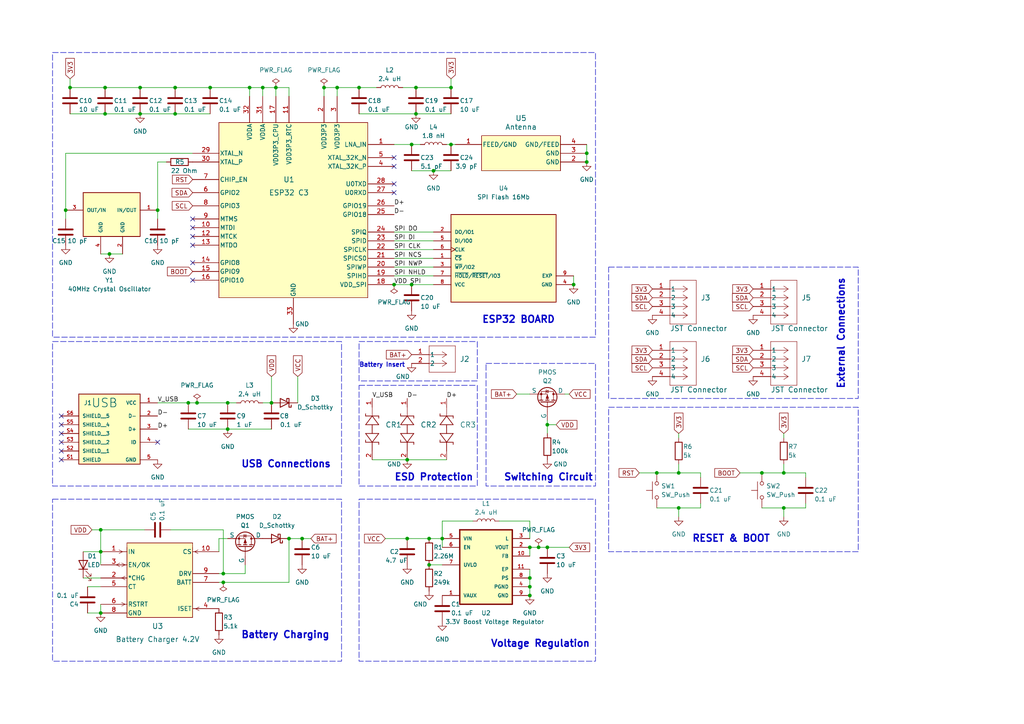
<source format=kicad_sch>
(kicad_sch (version 20230121) (generator eeschema)
  (paper "A4")
  (junction (at 20.32 25.4))
  (junction (at 50.8 25.4))
  (junction (at 196.85 137.16))
  (junction (at 119.38 82.55))
  (junction (at 158.75 158.75))
  (junction (at 30.48 33.02))
  (junction (at 128.27 156.21))
  (junction (at 120.65 25.4))
  (junction (at 130.81 41.91))
  (junction (at 227.33 137.16))
  (junction (at 158.75 123.19))
  (junction (at 64.77 166.37))
  (junction (at 118.11 156.21))
  (junction (at 124.46 163.83))
  (junction (at 220.98 137.16))
  (junction (at 114.3 82.55))
  (junction (at 130.81 25.4))
  (junction (at 87.63 156.21))
  (junction (at 190.5 137.16))
  (junction (at 153.67 170.18))
  (junction (at 153.67 158.75))
  (junction (at 118.11 133.35))
  (junction (at 64.77 168.91))
  (junction (at 170.18 44.45))
  (junction (at 170.18 46.99))
  (junction (at 119.38 41.91))
  (junction (at 31.75 73.66))
  (junction (at 19.05 60.96))
  (junction (at 29.21 153.67))
  (junction (at 40.64 25.4))
  (junction (at 120.65 33.02))
  (junction (at 40.64 33.02))
  (junction (at 80.01 25.4))
  (junction (at 72.39 25.4))
  (junction (at 125.73 49.53))
  (junction (at 104.14 25.4))
  (junction (at 153.67 172.72))
  (junction (at 29.21 177.8))
  (junction (at 60.96 25.4))
  (junction (at 57.15 116.84))
  (junction (at 153.67 167.64))
  (junction (at 29.21 160.02))
  (junction (at 78.74 116.84))
  (junction (at 196.85 147.32))
  (junction (at 124.46 156.21))
  (junction (at 50.8 33.02))
  (junction (at 66.04 116.84))
  (junction (at 83.82 156.21))
  (junction (at 54.61 116.84))
  (junction (at 30.48 25.4))
  (junction (at 93.98 25.4))
  (junction (at 76.2 25.4))
  (junction (at 45.72 60.96))
  (junction (at 97.79 25.4))
  (junction (at 166.37 82.55))
  (junction (at 156.21 158.75))
  (junction (at 227.33 147.32))
  (junction (at 66.04 124.46))
  (no_connect (at 17.78 128.27))
  (no_connect (at 17.78 125.73))
  (no_connect (at 114.3 55.88))
  (no_connect (at 17.78 120.65))
  (no_connect (at 55.88 66.04))
  (no_connect (at 55.88 68.58))
  (no_connect (at 114.3 53.34))
  (no_connect (at 55.88 81.28))
  (no_connect (at 114.3 48.26))
  (no_connect (at 55.88 76.2))
  (no_connect (at 114.3 45.72))
  (no_connect (at 45.72 128.27))
  (no_connect (at 17.78 130.81))
  (no_connect (at 17.78 123.19))
  (no_connect (at 17.78 133.35))
  (no_connect (at 55.88 71.12))
  (no_connect (at 55.88 63.5))
  (wire (pts (xy 64.77 168.91) (xy 83.82 168.91)))
  (wire (pts (xy 76.2 116.84) (xy 78.74 116.84)))
  (wire (pts (xy 25.4 177.8) (xy 29.21 177.8)))
  (wire (pts (xy 45.72 46.99) (xy 45.72 60.96)))
  (wire (pts (xy 114.3 67.31) (xy 125.73 67.31)))
  (wire (pts (xy 196.85 137.16) (xy 203.2 137.16)))
  (wire (pts (xy 111.76 156.21) (xy 118.11 156.21)))
  (wire (pts (xy 196.85 134.62) (xy 196.85 137.16)))
  (wire (pts (xy 71.12 166.37) (xy 64.77 166.37)))
  (wire (pts (xy 114.3 72.39) (xy 125.73 72.39)))
  (wire (pts (xy 158.75 158.75) (xy 165.1 158.75)))
  (wire (pts (xy 114.3 41.91) (xy 119.38 41.91)))
  (wire (pts (xy 87.63 156.21) (xy 90.17 156.21)))
  (wire (pts (xy 118.11 133.35) (xy 129.54 133.35)))
  (wire (pts (xy 124.46 163.83) (xy 128.27 163.83)))
  (wire (pts (xy 60.96 25.4) (xy 72.39 25.4)))
  (wire (pts (xy 93.98 25.4) (xy 97.79 25.4)))
  (wire (pts (xy 196.85 125.73) (xy 196.85 127)))
  (wire (pts (xy 114.3 74.93) (xy 125.73 74.93)))
  (wire (pts (xy 125.73 49.53) (xy 130.81 49.53)))
  (wire (pts (xy 227.33 149.86) (xy 227.33 147.32)))
  (wire (pts (xy 24.13 160.02) (xy 29.21 160.02)))
  (wire (pts (xy 83.82 168.91) (xy 83.82 156.21)))
  (wire (pts (xy 116.84 25.4) (xy 120.65 25.4)))
  (wire (pts (xy 72.39 25.4) (xy 76.2 25.4)))
  (wire (pts (xy 64.77 166.37) (xy 63.5 166.37)))
  (wire (pts (xy 128.27 156.21) (xy 128.27 151.13)))
  (wire (pts (xy 227.33 137.16) (xy 233.68 137.16)))
  (wire (pts (xy 153.67 167.64) (xy 153.67 170.18)))
  (wire (pts (xy 104.14 33.02) (xy 120.65 33.02)))
  (wire (pts (xy 29.21 160.02) (xy 29.21 163.83)))
  (wire (pts (xy 63.5 168.91) (xy 64.77 168.91)))
  (wire (pts (xy 203.2 147.32) (xy 196.85 147.32)))
  (wire (pts (xy 114.3 82.55) (xy 119.38 82.55)))
  (wire (pts (xy 57.15 116.84) (xy 66.04 116.84)))
  (wire (pts (xy 166.37 80.01) (xy 166.37 82.55)))
  (wire (pts (xy 128.27 156.21) (xy 128.27 158.75)))
  (wire (pts (xy 153.67 170.18) (xy 153.67 172.72)))
  (wire (pts (xy 30.48 33.02) (xy 40.64 33.02)))
  (wire (pts (xy 31.75 73.66) (xy 29.21 73.66)))
  (wire (pts (xy 40.64 25.4) (xy 50.8 25.4)))
  (wire (pts (xy 76.2 27.94) (xy 76.2 25.4)))
  (wire (pts (xy 119.38 41.91) (xy 121.92 41.91)))
  (wire (pts (xy 19.05 60.96) (xy 19.05 63.5)))
  (wire (pts (xy 158.75 123.19) (xy 161.29 123.19)))
  (wire (pts (xy 80.01 25.4) (xy 83.82 25.4)))
  (wire (pts (xy 83.82 27.94) (xy 83.82 25.4)))
  (wire (pts (xy 119.38 82.55) (xy 125.73 82.55)))
  (wire (pts (xy 50.8 25.4) (xy 60.96 25.4)))
  (wire (pts (xy 153.67 151.13) (xy 153.67 156.21)))
  (wire (pts (xy 158.75 123.19) (xy 158.75 125.73)))
  (wire (pts (xy 227.33 147.32) (xy 220.98 147.32)))
  (wire (pts (xy 149.86 114.3) (xy 153.67 114.3)))
  (wire (pts (xy 119.38 49.53) (xy 125.73 49.53)))
  (wire (pts (xy 63.5 160.02) (xy 63.5 156.21)))
  (wire (pts (xy 203.2 146.05) (xy 203.2 147.32)))
  (wire (pts (xy 71.12 163.83) (xy 71.12 166.37)))
  (wire (pts (xy 20.32 22.86) (xy 20.32 25.4)))
  (wire (pts (xy 76.2 25.4) (xy 80.01 25.4)))
  (wire (pts (xy 50.8 33.02) (xy 60.96 33.02)))
  (wire (pts (xy 45.72 60.96) (xy 45.72 63.5)))
  (wire (pts (xy 29.21 175.26) (xy 29.21 177.8)))
  (wire (pts (xy 97.79 25.4) (xy 97.79 27.94)))
  (wire (pts (xy 190.5 137.16) (xy 196.85 137.16)))
  (wire (pts (xy 78.74 109.22) (xy 78.74 116.84)))
  (wire (pts (xy 20.32 33.02) (xy 30.48 33.02)))
  (wire (pts (xy 25.4 170.18) (xy 29.21 170.18)))
  (wire (pts (xy 233.68 146.05) (xy 233.68 147.32)))
  (wire (pts (xy 107.95 133.35) (xy 118.11 133.35)))
  (wire (pts (xy 196.85 147.32) (xy 190.5 147.32)))
  (wire (pts (xy 114.3 80.01) (xy 125.73 80.01)))
  (wire (pts (xy 29.21 153.67) (xy 29.21 160.02)))
  (wire (pts (xy 64.77 153.67) (xy 64.77 166.37)))
  (wire (pts (xy 80.01 27.94) (xy 80.01 25.4)))
  (wire (pts (xy 40.64 33.02) (xy 50.8 33.02)))
  (wire (pts (xy 49.53 153.67) (xy 64.77 153.67)))
  (wire (pts (xy 26.67 153.67) (xy 29.21 153.67)))
  (wire (pts (xy 63.5 156.21) (xy 66.04 156.21)))
  (wire (pts (xy 104.14 25.4) (xy 97.79 25.4)))
  (wire (pts (xy 170.18 41.91) (xy 170.18 44.45)))
  (wire (pts (xy 86.36 109.22) (xy 86.36 116.84)))
  (wire (pts (xy 132.08 41.91) (xy 130.81 41.91)))
  (wire (pts (xy 170.18 44.45) (xy 170.18 46.99)))
  (wire (pts (xy 144.78 151.13) (xy 153.67 151.13)))
  (wire (pts (xy 130.81 22.86) (xy 130.81 25.4)))
  (wire (pts (xy 83.82 156.21) (xy 87.63 156.21)))
  (wire (pts (xy 20.32 25.4) (xy 30.48 25.4)))
  (wire (pts (xy 72.39 27.94) (xy 72.39 25.4)))
  (wire (pts (xy 153.67 158.75) (xy 153.67 161.29)))
  (wire (pts (xy 29.21 153.67) (xy 41.91 153.67)))
  (wire (pts (xy 45.72 116.84) (xy 54.61 116.84)))
  (wire (pts (xy 227.33 134.62) (xy 227.33 137.16)))
  (wire (pts (xy 54.61 116.84) (xy 57.15 116.84)))
  (wire (pts (xy 114.3 77.47) (xy 125.73 77.47)))
  (wire (pts (xy 93.98 27.94) (xy 93.98 25.4)))
  (wire (pts (xy 233.68 137.16) (xy 233.68 138.43)))
  (wire (pts (xy 55.88 44.45) (xy 19.05 44.45)))
  (wire (pts (xy 156.21 158.75) (xy 158.75 158.75)))
  (wire (pts (xy 66.04 124.46) (xy 78.74 124.46)))
  (wire (pts (xy 48.26 46.99) (xy 45.72 46.99)))
  (wire (pts (xy 196.85 149.86) (xy 196.85 147.32)))
  (wire (pts (xy 124.46 156.21) (xy 128.27 156.21)))
  (wire (pts (xy 128.27 151.13) (xy 137.16 151.13)))
  (wire (pts (xy 129.54 41.91) (xy 130.81 41.91)))
  (wire (pts (xy 214.63 137.16) (xy 220.98 137.16)))
  (wire (pts (xy 54.61 124.46) (xy 66.04 124.46)))
  (wire (pts (xy 153.67 158.75) (xy 156.21 158.75)))
  (wire (pts (xy 203.2 137.16) (xy 203.2 138.43)))
  (wire (pts (xy 233.68 147.32) (xy 227.33 147.32)))
  (wire (pts (xy 19.05 44.45) (xy 19.05 60.96)))
  (wire (pts (xy 158.75 121.92) (xy 158.75 123.19)))
  (wire (pts (xy 153.67 165.1) (xy 153.67 167.64)))
  (wire (pts (xy 227.33 125.73) (xy 227.33 127)))
  (wire (pts (xy 30.48 25.4) (xy 40.64 25.4)))
  (wire (pts (xy 24.13 167.64) (xy 29.21 167.64)))
  (wire (pts (xy 185.42 137.16) (xy 190.5 137.16)))
  (wire (pts (xy 120.65 33.02) (xy 130.81 33.02)))
  (wire (pts (xy 163.83 114.3) (xy 165.1 114.3)))
  (wire (pts (xy 120.65 25.4) (xy 130.81 25.4)))
  (wire (pts (xy 114.3 69.85) (xy 125.73 69.85)))
  (wire (pts (xy 220.98 137.16) (xy 227.33 137.16)))
  (wire (pts (xy 66.04 116.84) (xy 68.58 116.84)))
  (wire (pts (xy 104.14 25.4) (xy 109.22 25.4)))
  (wire (pts (xy 35.56 73.66) (xy 31.75 73.66)))
  (wire (pts (xy 118.11 156.21) (xy 124.46 156.21)))
  (rectangle (start 176.53 118.11) (end 248.92 160.02) (stroke (width 0) (type dash)))
  (rectangle (start 15.24 15.24) (end 172.72 97.79) (stroke (width 0) (type dash)))
  (rectangle (start 176.53 77.47) (end 248.92 115.57) (stroke (width 0) (type dash)))
  (rectangle (start 104.14 111.76) (end 138.43 140.97) (stroke (width 0) (type dash)))
  (rectangle (start 104.14 144.78) (end 172.72 191.77) (stroke (width 0) (type dash)))
  (rectangle (start 15.24 99.06) (end 99.06 140.97) (stroke (width 0) (type dash)))
  (rectangle (start 104.14 99.06) (end 138.43 110.49) (stroke (width 0) (type dash)))
  (rectangle (start 140.97 105.41) (end 172.72 140.97) (stroke (width 0) (type dash)))
  (rectangle (start 15.24 144.78) (end 99.06 191.77) (stroke (width 0) (type dash)))
  (text "ESD Protection" (at 114.3 139.7 0) (effects (font (size 2 2) bold) (justify left bottom)))
  (text "USB Connections" (at 69.85 135.89 0) (effects (font (size 2 2) (thickness 0.4) bold) (justify left bottom)))
  (text "ESP32 BOARD" (at 139.7 93.98 0) (effects (font (size 2 2) bold) (justify left bottom)))
  (text "Switching Circuit" (at 146.05 139.7 0) (effects (font (size 2 2) bold) (justify left bottom)))
  (text "Battery Insert" (at 104.14 106.68 0) (effects (font (size 1.27 1.27) bold) (justify left bottom)))
  (text "Voltage Regulation" (at 142.24 187.96 0) (effects (font (size 2 2) bold) (justify left bottom)))
  (text "RESET & BOOT\n" (at 200.66 157.48 0) (effects (font (size 2 2) bold) (justify left bottom)))
  (text "External Connections" (at 245.11 113.03 90) (effects (font (size 2 2) bold) (justify left bottom)))
  (text "Battery Charging" (at 69.85 185.42 0) (effects (font (size 2 2) (thickness 0.4) bold) (justify left bottom)))
  (label "D+" (at 45.72 124.46 0))
  (label "SPI NWP" (at 114.3 77.47 0))
  (label "VDD SPI" (at 114.3 82.55 0))
  (label "SPI CLK" (at 114.3 72.39 0))
  (label "V_USB" (at 45.72 116.84 0))
  (label "D-" (at 45.72 120.65 0))
  (label "SPI DI" (at 114.3 69.85 0))
  (label "D+" (at 129.54 115.57 0))
  (label "D-" (at 118.11 115.57 0))
  (label "V_USB" (at 107.95 115.57 0))
  (label "D-" (at 114.3 62.23 0))
  (label "SPI NCS" (at 114.3 74.93 0))
  (label "D+" (at 114.3 59.69 0))
  (label "SPI NHLD" (at 114.3 80.01 0))
  (label "SPI DO" (at 114.3 67.31 0))
  (global_label "SDA" (shape input) (at 189.23 104.14 180) (property "Intersheetrefs" "${INTERSHEET_REFS}" (effects hide)))
  (global_label "3V3" (shape input) (at 196.85 125.73 90) (property "Intersheetrefs" "${INTERSHEET_REFS}" (effects hide)))
  (global_label "VCC" (shape input) (at 111.76 156.21 180) (property "Intersheetrefs" "${INTERSHEET_REFS}" (effects hide)))
  (global_label "SDA" (shape input) (at 218.44 104.14 180) (property "Intersheetrefs" "${INTERSHEET_REFS}" (effects hide)))
  (global_label "SDA" (shape input) (at 55.88 55.88 180) (property "Intersheetrefs" "${INTERSHEET_REFS}" (effects hide)))
  (global_label "3V3" (shape input) (at 130.81 22.86 90) (property "Intersheetrefs" "${INTERSHEET_REFS}" (effects hide)))
  (global_label "3V3" (shape input) (at 189.23 101.6 180) (property "Intersheetrefs" "${INTERSHEET_REFS}" (effects hide)))
  (global_label "3V3" (shape input) (at 189.23 83.82 180) (property "Intersheetrefs" "${INTERSHEET_REFS}" (effects hide)))
  (global_label "VDD" (shape input) (at 26.67 153.67 180) (property "Intersheetrefs" "${INTERSHEET_REFS}" (effects hide)))
  (global_label "RST" (shape input) (at 55.88 52.07 180) (property "Intersheetrefs" "${INTERSHEET_REFS}" (effects hide)))
  (global_label "BAT+" (shape input) (at 149.86 114.3 180) (property "Intersheetrefs" "${INTERSHEET_REFS}" (effects hide)))
  (global_label "VCC" (shape input) (at 165.1 114.3 0) (property "Intersheetrefs" "${INTERSHEET_REFS}" (effects hide)))
  (global_label "VDD" (shape input) (at 161.29 123.19 0) (property "Intersheetrefs" "${INTERSHEET_REFS}" (effects hide)))
  (global_label "BAT+" (shape input) (at 90.17 156.21 0) (property "Intersheetrefs" "${INTERSHEET_REFS}" (effects hide)))
  (global_label "SCL" (shape input) (at 189.23 88.9 180) (property "Intersheetrefs" "${INTERSHEET_REFS}" (effects hide)))
  (global_label "SCL" (shape input) (at 218.44 88.9 180) (property "Intersheetrefs" "${INTERSHEET_REFS}" (effects hide)))
  (global_label "3V3" (shape input) (at 165.1 158.75 0) (property "Intersheetrefs" "${INTERSHEET_REFS}" (effects hide)))
  (global_label "3V3" (shape input) (at 218.44 83.82 180) (property "Intersheetrefs" "${INTERSHEET_REFS}" (effects hide)))
  (global_label "SDA" (shape input) (at 218.44 86.36 180) (property "Intersheetrefs" "${INTERSHEET_REFS}" (effects hide)))
  (global_label "SCL" (shape input) (at 189.23 106.68 180) (property "Intersheetrefs" "${INTERSHEET_REFS}" (effects hide)))
  (global_label "3V3" (shape input) (at 218.44 101.6 180) (property "Intersheetrefs" "${INTERSHEET_REFS}" (effects hide)))
  (global_label "VDD" (shape input) (at 78.74 109.22 90) (property "Intersheetrefs" "${INTERSHEET_REFS}" (effects hide)))
  (global_label "BAT+" (shape input) (at 119.38 102.87 180) (property "Intersheetrefs" "${INTERSHEET_REFS}" (effects hide)))
  (global_label "SDA" (shape input) (at 189.23 86.36 180) (property "Intersheetrefs" "${INTERSHEET_REFS}" (effects hide)))
  (global_label "3V3" (shape input) (at 20.32 22.86 90) (property "Intersheetrefs" "${INTERSHEET_REFS}" (effects hide)))
  (global_label "RST" (shape input) (at 185.42 137.16 180) (property "Intersheetrefs" "${INTERSHEET_REFS}" (effects hide)))
  (global_label "BOOT" (shape input) (at 214.63 137.16 180) (property "Intersheetrefs" "${INTERSHEET_REFS}" (effects hide)))
  (global_label "SCL" (shape input) (at 55.88 59.69 180) (property "Intersheetrefs" "${INTERSHEET_REFS}" (effects hide)))
  (global_label "BOOT" (shape input) (at 55.88 78.74 180) (property "Intersheetrefs" "${INTERSHEET_REFS}" (effects hide)))
  (global_label "3V3" (shape input) (at 227.33 125.73 90) (property "Intersheetrefs" "${INTERSHEET_REFS}" (effects hide)))
  (global_label "VCC" (shape input) (at 86.36 109.22 90) (property "Intersheetrefs" "${INTERSHEET_REFS}" (effects hide)))
  (global_label "SCL" (shape input) (at 218.44 106.68 180) (property "Intersheetrefs" "${INTERSHEET_REFS}" (effects hide)))
  (symbol (lib_id "Device:L") (at 140.97 151.13 90) (unit 1)
    (property "Reference" "L1" (at 140.97 146.05 90))
    (property "Value" "2.4 uH" (at 140.97 148.59 90))
    (property "Footprint" "Inductor_SMD:L_0402_1005Metric_Pad0.77x0.64mm_HandSolder" (effects hide))
    (instances (project "Esp_32_Project" (path "" (reference "L1") (unit 1)) (path "" (reference "L8") (unit 1))))
  )
  (symbol (lib_id "Device:C") (at 119.38 86.36 0) (unit 1)
    (property "Reference" "C20" (at 121.92 86.36 0) (effects (justify left)))
    (property "Value" "10 uF" (at 121.92 88.9 0) (effects (justify left)))
    (property "Footprint" "Capacitor_SMD:C_0201_0603Metric_Pad0.64x0.40mm_HandSolder" (effects hide))
    (instances (project "Esp_32_Project" (path "" (reference "C20") (unit 1)) (path "" (reference "C41") (unit 1))))
  )
  (symbol (lib_id "power:GND") (at 119.38 90.17 0) (unit 1)
    (property "Reference" "#PWR020" (effects hide))
    (property "Value" "GND" (at 119.38 95.25 0))
    (instances (project "Esp_32_Project" (path "" (reference "#PWR020") (unit 1)) (path "" (reference "#PWR042") (unit 1))))
  )
  (symbol (lib_id "Device:C") (at 87.63 160.02 0) (unit 1)
    (property "Reference" "C6" (at 90.17 158.75 0) (effects (justify left)))
    (property "Value" "10 uF" (at 90.17 161.29 0) (effects (justify left)))
    (property "Footprint" "Capacitor_SMD:C_0201_0603Metric_Pad0.64x0.40mm_HandSolder" (effects hide))
    (instances (project "Esp_32_Project" (path "" (reference "C6") (unit 1)) (path "" (reference "C37") (unit 1))))
  )
  (symbol (lib_id "power:GND") (at 189.23 109.22 0) (unit 1)
    (property "Reference" "#PWR027" (effects hide))
    (property "Value" "GND" (at 189.23 114.3 0))
    (instances (project "Esp_32_Project" (path "" (reference "#PWR027") (unit 1)) (path "" (reference "#PWR054") (unit 1))))
  )
  (symbol (lib_id "ESP_32_Symbol_Library:JST Connector") (at 189.23 101.6 0) (unit 1)
    (property "Reference" "J6" (at 203.2 104.14 0) (effects (font (size 1.524 1.524)) (justify left)))
    (property "Value" "JST Connector" (at 194.31 113.03 0) (effects (font (size 1.524 1.524)) (justify left)))
    (property "Footprint" "Esp32_Library:CONN_B4B-ZRLFSN_JST" (effects hide))
    (property "Datasheet" "B4B-ZRLFSN" (effects hide))
    (instances (project "Esp_32_Project" (path "" (reference "J6") (unit 1)) (path "" (reference "J10") (unit 1))))
  )
  (symbol (lib_id "ESP_32_Symbol_Library:Battery Connector") (at 119.38 102.87 0) (unit 1)
    (property "Reference" "J2" (at 133.35 104.14 0) (effects (font (size 1.524 1.524)) (justify left)))
    (property "Value" "Battery Connector" (effects hide))
    (property "Footprint" "Esp32_Library:CONN2_710002_WRE" (effects hide))
    (property "Datasheet" "691137710002" (effects hide))
    (instances (project "Esp_32_Project" (path "" (reference "J2") (unit 1)) (path "" (reference "J8") (unit 1))))
  )
  (symbol (lib_id "Device:LED") (at 24.13 163.83 90) (unit 1)
    (property "Reference" "D1" (at 25.4 161.29 90) (effects (justify right)))
    (property "Value" "LED" (at 25.4 163.83 90) (effects (justify right)))
    (property "Footprint" "LED_SMD:LED_0201_0603Metric_Pad0.64x0.40mm_HandSolder" (effects hide))
    (instances (project "Esp_32_Project" (path "" (reference "D1") (unit 1)) (path "" (reference "D4") (unit 1))))
  )
  (symbol (lib_id "power:GND") (at 153.67 172.72 0) (unit 1)
    (property "Reference" "#PWR01" (effects hide))
    (property "Value" "GND" (at 153.67 177.8 0))
    (instances (project "Esp_32_Project" (path "" (reference "#PWR01") (unit 1)) (path "" (reference "#PWR048") (unit 1))))
  )
  (symbol (lib_id "Switch:SW_Push") (at 190.5 142.24 90) (unit 1)
    (property "Reference" "SW1" (at 191.77 140.97 90) (effects (justify right)))
    (property "Value" "SW_Push" (at 191.77 143.51 90) (effects (justify right)))
    (property "Footprint" "Esp32_Library:Button" (effects hide))
    (instances (project "Esp_32_Project" (path "" (reference "SW1") (unit 1)) (path "" (reference "SW3") (unit 1))))
  )
  (symbol (lib_id "ESP_32_Symbol_Library:40MHz Crystal Oscillator") (at 27.94 63.5 0) (mirror y) (unit 1)
    (property "Reference" "Y1" (at 31.75 81.28 0))
    (property "Value" "40MHz Crystal Oscillator" (at 31.75 83.82 0))
    (property "Footprint" "Esp32_Library:XTAL_ECS-400-9-36B-CKY-TR" (effects hide))
    (property "DigiKey_Part_Number" "XC3060TR-ND" (effects hide))
    (property "MF" "ECS Inc." (effects hide))
    (property "Purchase-URL" "https://www.snapeda.com/api/url_track_click_mouser/?unipart_id=4890296&manufacturer=ECS Inc.&part_name=ECS-400-9-36B-CKY-TR&search_term=None" (effects hide))
    (property "Package" "ECX-2236B ECS Inc." (effects hide))
    (property "SnapEDA_Link" "https://www.snapeda.com/parts/ECS-400-9-36B-CKY-TR/ECS+Inc./view-part/?ref=snap" (effects hide))
    (property "MP" "ECS-400-9-36B-CKY-TR" (effects hide))
    (property "Description" "\n40 MHz ±10ppm Crystal 9pF 30 Ohms 4-SMD, No Lead\n" (effects hide))
    (property "Check_prices" "https://www.snapeda.com/parts/ECS-400-9-36B-CKY-TR/ECS+Inc./view-part/?ref=eda" (effects hide))
    (instances (project "Esp_32_Project" (path "" (reference "Y1") (unit 1)) (path "" (reference "Y2") (unit 1))))
  )
  (symbol (lib_id "Device:C") (at 203.2 142.24 0) (unit 1)
    (property "Reference" "C21" (at 205.74 142.24 0) (effects (justify left)))
    (property "Value" "0.1 uF" (at 205.74 144.78 0) (effects (justify left)))
    (property "Footprint" "Capacitor_SMD:C_0201_0603Metric_Pad0.64x0.40mm_HandSolder" (effects hide))
    (instances (project "Esp_32_Project" (path "" (reference "C21") (unit 1)) (path "" (reference "C47") (unit 1))))
  )
  (symbol (lib_id "Device:C") (at 158.75 162.56 0) (unit 1)
    (property "Reference" "C3" (at 161.29 161.29 0) (effects (justify left)))
    (property "Value" "10 uF" (at 161.29 163.83 0) (effects (justify left)))
    (property "Footprint" "Capacitor_SMD:C_0201_0603Metric_Pad0.64x0.40mm_HandSolder" (effects hide))
    (instances (project "Esp_32_Project" (path "" (reference "C3") (unit 1)) (path "" (reference "C46") (unit 1))))
  )
  (symbol (lib_id "power:PWR_FLAG") (at 114.3 82.55 180) (unit 1)
    (property "Reference" "#FLG04" (effects hide))
    (property "Value" "PWR_FLAG" (at 114.3 87.63 0))
    (instances (project "Esp_32_Project" (path "" (reference "#FLG04") (unit 1)) (path "" (reference "#FLG011") (unit 1))))
  )
  (symbol (lib_id "Device:C") (at 45.72 153.67 90) (unit 1)
    (property "Reference" "C5" (at 44.45 151.13 0) (effects (justify left)))
    (property "Value" "0.1 uF" (at 46.99 151.13 0) (effects (justify left)))
    (property "Footprint" "Capacitor_SMD:C_0201_0603Metric_Pad0.64x0.40mm_HandSolder" (effects hide))
    (instances (project "Esp_32_Project" (path "" (reference "C5") (unit 1)) (path "" (reference "C31") (unit 1))))
  )
  (symbol (lib_id "ESP_32_Symbol_Library:SPI Flash 16Mb") (at 146.05 72.39 0) (unit 1)
    (property "Reference" "U4" (at 146.05 54.61 0))
    (property "Value" "SPI Flash 16Mb" (at 146.05 57.15 0))
    (property "Footprint" "Esp32_Library:IC_W25Q16JVUXIQ_TR" (effects hide))
    (property "DigiKey_Part_Number" "256-W25Q16JVUXIQTR-ND" (effects hide))
    (property "MF" "Winbond" (effects hide))
    (property "MAXIMUM_PACKAGE_HEIGHT" "0.60mm" (effects hide))
    (property "Package" "UFDFN-8 Winbond" (effects hide))
    (property "Check_prices" "https://www.snapeda.com/parts/W25Q16JVUXIQ%20TR/Winbond/view-part/?ref=eda" (effects hide))
    (property "STANDARD" "Manufacturer Recommendations" (effects hide))
    (property "PARTREV" "H" (effects hide))
    (property "SnapEDA_Link" "https://www.snapeda.com/parts/W25Q16JVUXIQ%20TR/Winbond/view-part/?ref=snap" (effects hide))
    (property "MP" "W25Q16JVUXIQ TR" (effects hide))
    (property "Purchase-URL" "https://www.snapeda.com/api/url_track_click_mouser/?unipart_id=5632332&manufacturer=Winbond&part_name=W25Q16JVUXIQ TR&search_term=w25q16jvuxiq tr" (effects hide))
    (property "Description" "\nNOR Flash Serial (SPI, Dual SPI, Quad SPI) 3V/3.3V 16M-bit 2M x 8 6ns 8-Pin USON EP T/R\n" (effects hide))
    (property "MANUFACTURER" "Winbond" (effects hide))
    (property "SNAPEDA_PN" "W25Q16JVUXIQ TR" (effects hide))
    (instances (project "Esp_32_Project" (path "" (reference "U4") (unit 1)) (path "" (reference "U10") (unit 1))))
  )
  (symbol (lib_id "Device:L") (at 113.03 25.4 90) (unit 1)
    (property "Reference" "L2" (at 113.03 20.32 90))
    (property "Value" "2.4 uH" (at 113.03 22.86 90))
    (property "Footprint" "Inductor_SMD:L_0402_1005Metric_Pad0.77x0.64mm_HandSolder" (effects hide))
    (instances (project "Esp_32_Project" (path "" (reference "L2") (unit 1)) (path "" (reference "L6") (unit 1))))
  )
  (symbol (lib_id "Device:C") (at 130.81 29.21 0) (unit 1)
    (property "Reference" "C17" (at 133.35 29.21 0) (effects (justify left)))
    (property "Value" "10 uF" (at 133.35 31.75 0) (effects (justify left)))
    (property "Footprint" "Capacitor_SMD:C_0201_0603Metric_Pad0.64x0.40mm_HandSolder" (effects hide))
    (instances (project "Esp_32_Project" (path "" (reference "C17") (unit 1)) (path "" (reference "C44") (unit 1))))
  )
  (symbol (lib_id "Device:C") (at 54.61 120.65 0) (unit 1)
    (property "Reference" "C7" (at 57.15 120.65 0) (effects (justify left)))
    (property "Value" "10 uF" (at 57.15 123.19 0) (effects (justify left)))
    (property "Footprint" "Capacitor_SMD:C_0201_0603Metric_Pad0.64x0.40mm_HandSolder" (effects hide))
    (instances (project "Esp_32_Project" (path "" (reference "C7") (unit 1)) (path "" (reference "C33") (unit 1))))
  )
  (symbol (lib_id "power:GND") (at 119.38 105.41 0) (unit 1)
    (property "Reference" "#PWR025" (effects hide))
    (property "Value" "GND" (at 116.84 109.22 0))
    (instances (project "Esp_32_Project" (path "" (reference "#PWR025") (unit 1)) (path "" (reference "#PWR043") (unit 1))))
  )
  (symbol (lib_id "Device:D_Schottky") (at 82.55 116.84 180) (unit 1)
    (property "Reference" "D3" (at 91.44 115.57 0))
    (property "Value" "D_Schottky" (at 91.44 118.11 0))
    (property "Footprint" "Diode_SMD:D_0603_1608Metric_Pad1.05x0.95mm_HandSolder" (effects hide))
    (instances (project "Esp_32_Project" (path "" (reference "D3") (unit 1)) (path "" (reference "D6") (unit 1))))
  )
  (symbol (lib_id "power:GND") (at 196.85 149.86 0) (unit 1)
    (property "Reference" "#PWR021" (effects hide))
    (property "Value" "GND" (at 196.85 154.94 0))
    (instances (project "Esp_32_Project" (path "" (reference "#PWR021") (unit 1)) (path "" (reference "#PWR055") (unit 1))))
  )
  (symbol (lib_id "power:GND") (at 19.05 71.12 0) (mirror y) (unit 1)
    (property "Reference" "#PWR016" (effects hide))
    (property "Value" "GND" (at 19.05 76.2 0))
    (instances (project "Esp_32_Project" (path "" (reference "#PWR016") (unit 1)) (path "" (reference "#PWR030") (unit 1))))
  )
  (symbol (lib_id "Device:R") (at 196.85 130.81 0) (unit 1)
    (property "Reference" "R6" (at 198.12 129.54 0) (effects (justify left)))
    (property "Value" "5k" (at 198.12 132.08 0) (effects (justify left)))
    (property "Footprint" "Resistor_SMD:R_0201_0603Metric_Pad0.64x0.40mm_HandSolder" (effects hide))
    (instances (project "Esp_32_Project" (path "" (reference "R6") (unit 1)) (path "" (reference "R13") (unit 1))))
  )
  (symbol (lib_id "Device:C") (at 118.11 160.02 0) (unit 1)
    (property "Reference" "C2" (at 113.03 160.02 0) (effects (justify left)))
    (property "Value" "4.7 uF" (at 111.76 162.56 0) (effects (justify left)))
    (property "Footprint" "Capacitor_SMD:C_0201_0603Metric_Pad0.64x0.40mm_HandSolder" (effects hide))
    (instances (project "Esp_32_Project" (path "" (reference "C2") (unit 1)) (path "" (reference "C39") (unit 1))))
  )
  (symbol (lib_id "power:GND") (at 170.18 46.99 0) (unit 1)
    (property "Reference" "#PWR023" (effects hide))
    (property "Value" "GND" (at 170.18 52.07 0))
    (instances (project "Esp_32_Project" (path "" (reference "#PWR023") (unit 1)) (path "" (reference "#PWR052") (unit 1))))
  )
  (symbol (lib_id "ESP_32_Symbol_Library:3.3V Boost Voltage Regulator") (at 135.89 171.45 0) (unit 1)
    (property "Reference" "U2" (at 140.97 177.8 0))
    (property "Value" "3.3V Boost Voltage Regulator" (at 143.51 180.34 0))
    (property "Footprint" "Esp32_Library:VREG_V62_16624-01YE" (effects hide))
    (instances (project "Esp_32_Project" (path "" (reference "U2") (unit 1)) (path "" (reference "U9") (unit 1))))
  )
  (symbol (lib_id "Device:C") (at 104.14 29.21 0) (unit 1)
    (property "Reference" "C18" (at 106.68 29.21 0) (effects (justify left)))
    (property "Value" "0.1 uF" (at 106.68 31.75 0) (effects (justify left)))
    (property "Footprint" "Capacitor_SMD:C_0201_0603Metric_Pad0.64x0.40mm_HandSolder" (effects hide))
    (instances (project "Esp_32_Project" (path "" (reference "C18") (unit 1)) (path "" (reference "C38") (unit 1))))
  )
  (symbol (lib_id "Device:R") (at 158.75 129.54 0) (unit 1)
    (property "Reference" "R4" (at 160.02 128.27 0) (effects (justify left)))
    (property "Value" "100k" (at 160.02 130.81 0) (effects (justify left)))
    (property "Footprint" "Resistor_SMD:R_0201_0603Metric_Pad0.64x0.40mm_HandSolder" (effects hide))
    (instances (project "Esp_32_Project" (path "" (reference "R4") (unit 1)) (path "" (reference "R12") (unit 1))))
  )
  (symbol (lib_id "power:PWR_FLAG") (at 156.21 158.75 0) (unit 1)
    (property "Reference" "#FLG06" (effects hide))
    (property "Value" "PWR_FLAG" (at 156.21 153.67 0))
    (instances (project "Esp_32_Project" (path "" (reference "#FLG06") (unit 1)) (path "" (reference "#FLG012") (unit 1))))
  )
  (symbol (lib_id "ESP_32_Symbol_Library:ESD Protection") (at 129.54 133.35 90) (unit 1)
    (property "Reference" "CR3" (at 133.35 123.209 90) (effects (font (size 1.524 1.524)) (justify right)))
    (property "Value" "ESD Protection" (effects hide))
    (property "Footprint" "Esp32_Library:CR_SP3022_LTF" (effects hide))
    (property "Datasheet" "SP3022-01ETG" (effects hide))
    (instances (project "Esp_32_Project" (path "" (reference "CR3") (unit 1)) (path "" (reference "CR6") (unit 1))))
  )
  (symbol (lib_id "power:GND") (at 189.23 91.44 0) (unit 1)
    (property "Reference" "#PWR029" (effects hide))
    (property "Value" "GND" (at 189.23 96.52 0))
    (instances (project "Esp_32_Project" (path "" (reference "#PWR029") (unit 1)) (path "" (reference "#PWR053") (unit 1))))
  )
  (symbol (lib_id "power:GND") (at 85.09 93.98 0) (unit 1)
    (property "Reference" "#PWR019" (effects hide))
    (property "Value" "GND" (at 87.63 93.98 0))
    (instances (project "Esp_32_Project" (path "" (reference "#PWR019") (unit 1)) (path "" (reference "#PWR038") (unit 1))))
  )
  (symbol (lib_id "power:GND") (at 218.44 109.22 0) (unit 1)
    (property "Reference" "#PWR028" (effects hide))
    (property "Value" "GND" (at 218.44 114.3 0))
    (instances (project "Esp_32_Project" (path "" (reference "#PWR028") (unit 1)) (path "" (reference "#PWR057") (unit 1))))
  )
  (symbol (lib_id "Simulation_SPICE:PMOS") (at 158.75 116.84 270) (mirror x) (unit 1)
    (property "Reference" "Q2" (at 158.75 110.49 90))
    (property "Value" "PMOS" (at 158.75 107.95 90))
    (property "Footprint" "Package_TO_SOT_SMD:SOT-323_SC-70_Handsoldering" (effects hide))
    (property "Datasheet" "https://ngspice.sourceforge.io/docs/ngspice-manual.pdf" (effects hide))
    (property "Sim.Device" "PMOS" (effects hide))
    (property "Sim.Type" "VDMOS" (effects hide))
    (property "Sim.Pins" "1=D 2=G 3=S" (effects hide))
    (instances (project "Esp_32_Project" (path "" (reference "Q2") (unit 1)) (path "" (reference "Q4") (unit 1))))
  )
  (symbol (lib_id "power:GND") (at 118.11 163.83 0) (unit 1)
    (property "Reference" "#PWR04" (effects hide))
    (property "Value" "GND" (at 118.11 168.91 0))
    (instances (project "Esp_32_Project" (path "" (reference "#PWR04") (unit 1)) (path "" (reference "#PWR041") (unit 1))))
  )
  (symbol (lib_id "Device:C") (at 233.68 142.24 0) (unit 1)
    (property "Reference" "C22" (at 236.22 142.24 0) (effects (justify left)))
    (property "Value" "0.1 uF" (at 236.22 144.78 0) (effects (justify left)))
    (property "Footprint" "Capacitor_SMD:C_0201_0603Metric_Pad0.64x0.40mm_HandSolder" (effects hide))
    (instances (project "Esp_32_Project" (path "" (reference "C22") (unit 1)) (path "" (reference "C48") (unit 1))))
  )
  (symbol (lib_id "ESP_32_Symbol_Library:JST Connector") (at 218.44 101.6 0) (unit 1)
    (property "Reference" "J7" (at 232.41 104.14 0) (effects (font (size 1.524 1.524)) (justify left)))
    (property "Value" "JST Connector" (at 223.52 113.03 0) (effects (font (size 1.524 1.524)) (justify left)))
    (property "Footprint" "Esp32_Library:CONN_B4B-ZRLFSN_JST" (effects hide))
    (property "Datasheet" "B4B-ZRLFSN" (effects hide))
    (instances (project "Esp_32_Project" (path "" (reference "J7") (unit 1)) (path "" (reference "J12") (unit 1))))
  )
  (symbol (lib_id "Device:C") (at 120.65 29.21 0) (unit 1)
    (property "Reference" "C19" (at 123.19 29.21 0) (effects (justify left)))
    (property "Value" "0.1 uF" (at 123.19 31.75 0) (effects (justify left)))
    (property "Footprint" "Capacitor_SMD:C_0201_0603Metric_Pad0.64x0.40mm_HandSolder" (effects hide))
    (instances (project "Esp_32_Project" (path "" (reference "C19") (unit 1)) (path "" (reference "C42") (unit 1))))
  )
  (symbol (lib_id "Device:C") (at 60.96 29.21 0) (unit 1)
    (property "Reference" "C14" (at 63.5 29.21 0) (effects (justify left)))
    (property "Value" "0.1 uF" (at 63.5 31.75 0) (effects (justify left)))
    (property "Footprint" "Capacitor_SMD:C_0201_0603Metric_Pad0.64x0.40mm_HandSolder" (effects hide))
    (instances (project "Esp_32_Project" (path "" (reference "C14") (unit 1)) (path "" (reference "C34") (unit 1))))
  )
  (symbol (lib_id "ESP_32_Symbol_Library:ESP32 C3") (at 45.72 41.91 0) (unit 1)
    (property "Reference" "U1" (at 83.82 52.07 0) (effects (font (size 1.524 1.524))))
    (property "Value" "ESP32 C3" (at 83.82 55.88 0) (effects (font (size 1.524 1.524))))
    (property "Footprint" "Esp32_Library:QFN32_5X5_EXP" (effects hide))
    (property "Datasheet" "ESP32-C3" (effects hide))
    (instances (project "Esp_32_Project" (path "" (reference "U1") (unit 1)) (path "" (reference "U7") (unit 1))))
  )
  (symbol (lib_id "Simulation_SPICE:PMOS") (at 71.12 158.75 270) (mirror x) (unit 1)
    (property "Reference" "Q1" (at 71.12 152.4 90))
    (property "Value" "PMOS" (at 71.12 149.86 90))
    (property "Footprint" "Package_TO_SOT_SMD:SOT-323_SC-70_Handsoldering" (effects hide))
    (property "Datasheet" "https://ngspice.sourceforge.io/docs/ngspice-manual.pdf" (effects hide))
    (property "Sim.Device" "PMOS" (effects hide))
    (property "Sim.Type" "VDMOS" (effects hide))
    (property "Sim.Pins" "1=D 2=G 3=S" (effects hide))
    (instances (project "Esp_32_Project" (path "" (reference "Q1") (unit 1)) (path "" (reference "Q3") (unit 1))))
  )
  (symbol (lib_id "Device:C") (at 128.27 176.53 0) (unit 1)
    (property "Reference" "C1" (at 130.81 175.26 0) (effects (justify left)))
    (property "Value" "0.1 uF" (at 130.81 177.8 0) (effects (justify left)))
    (property "Footprint" "Capacitor_SMD:C_0201_0603Metric_Pad0.64x0.40mm_HandSolder" (effects hide))
    (instances (project "Esp_32_Project" (path "" (reference "C1") (unit 1)) (path "" (reference "C43") (unit 1))))
  )
  (symbol (lib_id "ESP_32_Symbol_Library:Antenna") (at 132.08 41.91 0) (unit 1)
    (property "Reference" "U5" (at 151.13 34.29 0) (effects (font (size 1.524 1.524))))
    (property "Value" "Antenna" (at 151.13 36.83 0) (effects (font (size 1.524 1.524))))
    (property "Footprint" "Esp32_Library:2450AT18D0100E_JOT" (effects hide))
    (property "Datasheet" "2450AT18D0100E" (effects hide))
    (instances (project "Esp_32_Project" (path "" (reference "U5") (unit 1)) (path "" (reference "U8") (unit 1))))
  )
  (symbol (lib_id "Device:R") (at 63.5 180.34 0) (unit 1)
    (property "Reference" "R3" (at 64.77 179.07 0) (effects (justify left)))
    (property "Value" "5.1k" (at 64.77 181.61 0) (effects (justify left)))
    (property "Footprint" "Resistor_SMD:R_0201_0603Metric_Pad0.64x0.40mm_HandSolder" (effects hide))
    (instances (project "Esp_32_Project" (path "" (reference "R3") (unit 1)) (path "" (reference "R9") (unit 1))))
  )
  (symbol (lib_id "Device:L") (at 72.39 116.84 90) (unit 1)
    (property "Reference" "L3" (at 72.39 111.76 90))
    (property "Value" "2.4 uH" (at 72.39 114.3 90))
    (property "Footprint" "Inductor_SMD:L_0402_1005Metric_Pad0.77x0.64mm_HandSolder" (effects hide))
    (instances (project "Esp_32_Project" (path "" (reference "L3") (unit 1)) (path "" (reference "L5") (unit 1))))
  )
  (symbol (lib_id "Device:C") (at 50.8 29.21 0) (unit 1)
    (property "Reference" "C13" (at 53.34 29.21 0) (effects (justify left)))
    (property "Value" "0.1 uF" (at 53.34 31.75 0) (effects (justify left)))
    (property "Footprint" "Capacitor_SMD:C_0201_0603Metric_Pad0.64x0.40mm_HandSolder" (effects hide))
    (instances (project "Esp_32_Project" (path "" (reference "C13") (unit 1)) (path "" (reference "C32") (unit 1))))
  )
  (symbol (lib_id "Device:R") (at 227.33 130.81 0) (unit 1)
    (property "Reference" "R7" (at 228.6 129.54 0) (effects (justify left)))
    (property "Value" "5k" (at 228.6 132.08 0) (effects (justify left)))
    (property "Footprint" "Resistor_SMD:R_0201_0603Metric_Pad0.64x0.40mm_HandSolder" (effects hide))
    (instances (project "Esp_32_Project" (path "" (reference "R7") (unit 1)) (path "" (reference "R14") (unit 1))))
  )
  (symbol (lib_id "power:GND") (at 218.44 91.44 0) (unit 1)
    (property "Reference" "#PWR026" (effects hide))
    (property "Value" "GND" (at 218.44 96.52 0))
    (instances (project "Esp_32_Project" (path "" (reference "#PWR026") (unit 1)) (path "" (reference "#PWR056") (unit 1))))
  )
  (symbol (lib_id "Device:C") (at 78.74 120.65 180) (unit 1)
    (property "Reference" "C8" (at 83.82 120.65 0) (effects (justify left)))
    (property "Value" "0.1 uF" (at 87.63 123.19 0) (effects (justify left)))
    (property "Footprint" "Capacitor_SMD:C_0201_0603Metric_Pad0.64x0.40mm_HandSolder" (effects hide))
    (instances (project "Esp_32_Project" (path "" (reference "C8") (unit 1)) (path "" (reference "C36") (unit 1))))
  )
  (symbol (lib_id "power:GND") (at 158.75 166.37 0) (unit 1)
    (property "Reference" "#PWR05" (effects hide))
    (property "Value" "GND" (at 158.75 171.45 0))
    (instances (project "Esp_32_Project" (path "" (reference "#PWR05") (unit 1)) (path "" (reference "#PWR050") (unit 1))))
  )
  (symbol (lib_id "Device:R") (at 124.46 167.64 0) (unit 1)
    (property "Reference" "R2" (at 125.73 166.37 0) (effects (justify left)))
    (property "Value" "249k" (at 125.73 168.91 0) (effects (justify left)))
    (property "Footprint" "Resistor_SMD:R_0201_0603Metric_Pad0.64x0.40mm_HandSolder" (effects hide))
    (instances (project "Esp_32_Project" (path "" (reference "R2") (unit 1)) (path "" (reference "R11") (unit 1))))
  )
  (symbol (lib_id "Device:R") (at 124.46 160.02 0) (unit 1)
    (property "Reference" "R1" (at 125.73 158.75 0) (effects (justify left)))
    (property "Value" "2.26M " (at 125.73 161.29 0) (effects (justify left)))
    (property "Footprint" "Resistor_SMD:R_0201_0603Metric_Pad0.64x0.40mm_HandSolder" (effects hide))
    (instances (project "Esp_32_Project" (path "" (reference "R1") (unit 1)) (path "" (reference "R10") (unit 1))))
  )
  (symbol (lib_id "power:GND") (at 45.72 71.12 0) (mirror y) (unit 1)
    (property "Reference" "#PWR015" (effects hide))
    (property "Value" "GND" (at 45.72 76.2 0))
    (instances (project "Esp_32_Project" (path "" (reference "#PWR015") (unit 1)) (path "" (reference "#PWR034") (unit 1))))
  )
  (symbol (lib_id "Device:C") (at 130.81 45.72 0) (unit 1)
    (property "Reference" "C24" (at 133.35 45.72 0) (effects (justify left)))
    (property "Value" "3.9 pF" (at 132.08 48.26 0) (effects (justify left)))
    (property "Footprint" "Capacitor_SMD:C_0201_0603Metric_Pad0.64x0.40mm_HandSolder" (effects hide))
    (instances (project "Esp_32_Project" (path "" (reference "C24") (unit 1)) (path "" (reference "C45") (unit 1))))
  )
  (symbol (lib_id "power:GND") (at 31.75 73.66 0) (mirror y) (unit 1)
    (property "Reference" "#PWR014" (effects hide))
    (property "Value" "GND" (at 31.75 78.74 0))
    (instances (project "Esp_32_Project" (path "" (reference "#PWR014") (unit 1)) (path "" (reference "#PWR032") (unit 1))))
  )
  (symbol (lib_id "Device:C") (at 20.32 29.21 0) (unit 1)
    (property "Reference" "C10" (at 22.86 29.21 0) (effects (justify left)))
    (property "Value" "10 uF" (at 22.86 31.75 0) (effects (justify left)))
    (property "Footprint" "Capacitor_SMD:C_0201_0603Metric_Pad0.64x0.40mm_HandSolder" (effects hide))
    (instances (project "Esp_32_Project" (path "" (reference "C10") (unit 1)) (path "" (reference "C26") (unit 1))))
  )
  (symbol (lib_id "ESP_32_Symbol_Library:ESD Protection") (at 118.11 133.35 90) (unit 1)
    (property "Reference" "CR2" (at 121.92 123.209 90) (effects (font (size 1.524 1.524)) (justify right)))
    (property "Value" "ESD Protection" (effects hide))
    (property "Footprint" "Esp32_Library:CR_SP3022_LTF" (effects hide))
    (property "Datasheet" "SP3022-01ETG" (effects hide))
    (instances (project "Esp_32_Project" (path "" (reference "CR2") (unit 1)) (path "" (reference "CR5") (unit 1))))
  )
  (symbol (lib_id "ESP_32_Symbol_Library:ESD Protection") (at 107.95 133.35 90) (unit 1)
    (property "Reference" "CR1" (at 111.76 123.209 90) (effects (font (size 1.524 1.524)) (justify right)))
    (property "Value" "ESD Protection" (effects hide))
    (property "Footprint" "Esp32_Library:CR_SP3022_LTF" (effects hide))
    (property "Datasheet" "SP3022-01ETG" (effects hide))
    (instances (project "Esp_32_Project" (path "" (reference "CR1") (unit 1)) (path "" (reference "CR4") (unit 1))))
  )
  (symbol (lib_id "power:GND") (at 118.11 133.35 0) (unit 1)
    (property "Reference" "#PWR09" (effects hide))
    (property "Value" "GND" (at 114.3 134.62 0))
    (instances (project "Esp_32_Project" (path "" (reference "#PWR09") (unit 1)) (path "" (reference "#PWR040") (unit 1))))
  )
  (symbol (lib_id "Switch:SW_Push") (at 220.98 142.24 90) (unit 1)
    (property "Reference" "SW2" (at 222.25 140.97 90) (effects (justify right)))
    (property "Value" "SW_Push" (at 222.25 143.51 90) (effects (justify right)))
    (property "Footprint" "Esp32_Library:Button" (effects hide))
    (instances (project "Esp_32_Project" (path "" (reference "SW2") (unit 1)) (path "" (reference "SW4") (unit 1))))
  )
  (symbol (lib_id "ESP_32_Symbol_Library:JST Connector") (at 218.44 83.82 0) (unit 1)
    (property "Reference" "J5" (at 232.41 86.36 0) (effects (font (size 1.524 1.524)) (justify left)))
    (property "Value" "JST Connector" (at 223.52 95.25 0) (effects (font (size 1.524 1.524)) (justify left)))
    (property "Footprint" "Esp32_Library:CONN_B4B-ZRLFSN_JST" (effects hide))
    (property "Datasheet" "B4B-ZRLFSN" (effects hide))
    (instances (project "Esp_32_Project" (path "" (reference "J5") (unit 1)) (path "" (reference "J11") (unit 1))))
  )
  (symbol (lib_id "power:PWR_FLAG") (at 93.98 25.4 0) (unit 1)
    (property "Reference" "#FLG02" (effects hide))
    (property "Value" "PWR_FLAG" (at 93.98 20.32 0))
    (instances (project "Esp_32_Project" (path "" (reference "#FLG02") (unit 1)) (path "" (reference "#FLG010") (unit 1))))
  )
  (symbol (lib_id "power:PWR_FLAG") (at 80.01 25.4 0) (unit 1)
    (property "Reference" "#FLG01" (effects hide))
    (property "Value" "PWR_FLAG" (at 80.01 20.32 0))
    (instances (project "Esp_32_Project" (path "" (reference "#FLG01") (unit 1)) (path "" (reference "#FLG09") (unit 1))))
  )
  (symbol (lib_id "Device:C") (at 40.64 29.21 0) (unit 1)
    (property "Reference" "C12" (at 43.18 29.21 0) (effects (justify left)))
    (property "Value" "0.1 uF" (at 43.18 31.75 0) (effects (justify left)))
    (property "Footprint" "Capacitor_SMD:C_0201_0603Metric_Pad0.64x0.40mm_HandSolder" (effects hide))
    (instances (project "Esp_32_Project" (path "" (reference "C12") (unit 1)) (path "" (reference "C29") (unit 1))))
  )
  (symbol (lib_id "power:GND") (at 87.63 163.83 0) (unit 1)
    (property "Reference" "#PWR08" (effects hide))
    (property "Value" "GND" (at 87.63 168.91 0))
    (instances (project "Esp_32_Project" (path "" (reference "#PWR08") (unit 1)) (path "" (reference "#PWR039") (unit 1))))
  )
  (symbol (lib_id "power:PWR_FLAG") (at 64.77 168.91 180) (unit 1)
    (property "Reference" "#FLG05" (effects hide))
    (property "Value" "PWR_FLAG" (at 64.77 173.99 0))
    (instances (project "Esp_32_Project" (path "" (reference "#FLG05") (unit 1)) (path "" (reference "#FLG08") (unit 1))))
  )
  (symbol (lib_id "Device:C") (at 45.72 67.31 0) (mirror y) (unit 1)
    (property "Reference" "C16" (at 45.72 69.85 0) (effects (justify left)))
    (property "Value" "10 pF" (at 52.07 69.85 0) (effects (justify left)))
    (property "Footprint" "Capacitor_SMD:C_0201_0603Metric_Pad0.64x0.40mm_HandSolder" (effects hide))
    (instances (project "Esp_32_Project" (path "" (reference "C16") (unit 1)) (path "" (reference "C30") (unit 1))))
  )
  (symbol (lib_id "power:GND") (at 166.37 82.55 0) (unit 1)
    (property "Reference" "#PWR018" (effects hide))
    (property "Value" "GND" (at 166.37 87.63 0))
    (instances (project "Esp_32_Project" (path "" (reference "#PWR018") (unit 1)) (path "" (reference "#PWR051") (unit 1))))
  )
  (symbol (lib_id "Device:C") (at 66.04 120.65 0) (unit 1)
    (property "Reference" "C9" (at 68.58 120.65 0) (effects (justify left)))
    (property "Value" "1 uF" (at 68.58 123.19 0) (effects (justify left)))
    (property "Footprint" "Capacitor_SMD:C_0201_0603Metric_Pad0.64x0.40mm_HandSolder" (effects hide))
    (instances (project "Esp_32_Project" (path "" (reference "C9") (unit 1)) (path "" (reference "C35") (unit 1))))
  )
  (symbol (lib_id "power:GND") (at 128.27 180.34 0) (unit 1)
    (property "Reference" "#PWR02" (effects hide))
    (property "Value" "GND" (at 128.27 185.42 0))
    (instances (project "Esp_32_Project" (path "" (reference "#PWR02") (unit 1)) (path "" (reference "#PWR047") (unit 1))))
  )
  (symbol (lib_id "power:GND") (at 120.65 33.02 0) (unit 1)
    (property "Reference" "#PWR017" (effects hide))
    (property "Value" "GND" (at 119.38 36.83 0))
    (instances (project "Esp_32_Project" (path "" (reference "#PWR017") (unit 1)) (path "" (reference "#PWR044") (unit 1))))
  )
  (symbol (lib_id "power:GND") (at 158.75 133.35 0) (unit 1)
    (property "Reference" "#PWR012" (effects hide))
    (property "Value" "GND" (at 162.56 134.62 0))
    (instances (project "Esp_32_Project" (path "" (reference "#PWR012") (unit 1)) (path "" (reference "#PWR049") (unit 1))))
  )
  (symbol (lib_id "power:GND") (at 66.04 124.46 0) (unit 1)
    (property "Reference" "#PWR011" (effects hide))
    (property "Value" "GND" (at 66.04 129.54 0))
    (instances (project "Esp_32_Project" (path "" (reference "#PWR011") (unit 1)) (path "" (reference "#PWR037") (unit 1))))
  )
  (symbol (lib_id "ESP_32_Symbol_Library:JST Connector") (at 189.23 83.82 0) (unit 1)
    (property "Reference" "J3" (at 203.2 86.36 0) (effects (font (size 1.524 1.524)) (justify left)))
    (property "Value" "JST Connector" (at 194.31 95.25 0) (effects (font (size 1.524 1.524)) (justify left)))
    (property "Footprint" "Esp32_Library:CONN_B4B-ZRLFSN_JST" (effects hide))
    (property "Datasheet" "B4B-ZRLFSN" (effects hide))
    (instances (project "Esp_32_Project" (path "" (reference "J3") (unit 1)) (path "" (reference "J9") (unit 1))))
  )
  (symbol (lib_id "ESP_32_Symbol_Library:Battery Charger 4.2V") (at -2.54 163.83 0) (unit 1)
    (property "Reference" "U3" (at 45.72 181.61 0) (effects (font (size 1.524 1.524))))
    (property "Value" "Battery Charger 4.2V" (at 45.72 185.42 0) (effects (font (size 1.524 1.524))))
    (property "Footprint" "Esp32_Library:21-0061L_MXM" (effects hide))
    (property "Datasheet" "max1898eub42+T" (effects hide))
    (instances (project "Esp_32_Project" (path "" (reference "U3") (unit 1)) (path "" (reference "U6") (unit 1))))
  )
  (symbol (lib_id "Device:C") (at 119.38 45.72 0) (unit 1)
    (property "Reference" "C23" (at 121.92 45.72 0) (effects (justify left)))
    (property "Value" "5.1 pF" (at 121.92 48.26 0) (effects (justify left)))
    (property "Footprint" "Capacitor_SMD:C_0201_0603Metric_Pad0.64x0.40mm_HandSolder" (effects hide))
    (instances (project "Esp_32_Project" (path "" (reference "C23") (unit 1)) (path "" (reference "C40") (unit 1))))
  )
  (symbol (lib_id "power:GND") (at 40.64 33.02 0) (unit 1)
    (property "Reference" "#PWR013" (effects hide))
    (property "Value" "GND" (at 40.64 38.1 0))
    (instances (project "Esp_32_Project" (path "" (reference "#PWR013") (unit 1)) (path "" (reference "#PWR033") (unit 1))))
  )
  (symbol (lib_id "Device:R") (at 52.07 46.99 270) (unit 1)
    (property "Reference" "R5" (at 50.8 46.99 90) (effects (justify left)))
    (property "Value" "22 Ohm" (at 49.53 49.53 90) (effects (justify left)))
    (property "Footprint" "Resistor_SMD:R_0201_0603Metric_Pad0.64x0.40mm_HandSolder" (effects hide))
    (instances (project "Esp_32_Project" (path "" (reference "R5") (unit 1)) (path "" (reference "R8") (unit 1))))
  )
  (symbol (lib_id "Device:C") (at 25.4 173.99 180) (unit 1)
    (property "Reference" "C4" (at 22.86 175.26 0) (effects (justify left)))
    (property "Value" "0.1 uF" (at 22.86 172.72 0) (effects (justify left)))
    (property "Footprint" "Capacitor_SMD:C_0201_0603Metric_Pad0.64x0.40mm_HandSolder" (effects hide))
    (instances (project "Esp_32_Project" (path "" (reference "C4") (unit 1)) (path "" (reference "C27") (unit 1))))
  )
  (symbol (lib_id "power:GND") (at 124.46 171.45 0) (unit 1)
    (property "Reference" "#PWR03" (effects hide))
    (property "Value" "GND" (at 121.92 175.26 0))
    (instances (project "Esp_32_Project" (path "" (reference "#PWR03") (unit 1)) (path "" (reference "#PWR045") (unit 1))))
  )
  (symbol (lib_id "power:GND") (at 45.72 133.35 0) (unit 1)
    (property "Reference" "#PWR010" (effects hide))
    (property "Value" "GND" (at 45.72 138.43 0))
    (instances (project "Esp_32_Project" (path "" (reference "#PWR010") (unit 1)) (path "" (reference "#PWR035") (unit 1))))
  )
  (symbol (lib_id "Device:C") (at 30.48 29.21 0) (unit 1)
    (property "Reference" "C11" (at 33.02 29.21 0) (effects (justify left)))
    (property "Value" "0.1 uF" (at 33.02 31.75 0) (effects (justify left)))
    (property "Footprint" "Capacitor_SMD:C_0201_0603Metric_Pad0.64x0.40mm_HandSolder" (effects hide))
    (instances (project "Esp_32_Project" (path "" (reference "C11") (unit 1)) (path "" (reference "C28") (unit 1))))
  )
  (symbol (lib_id "power:GND") (at 29.21 177.8 0) (unit 1)
    (property "Reference" "#PWR06" (effects hide))
    (property "Value" "GND" (at 29.21 182.88 0))
    (instances (project "Esp_32_Project" (path "" (reference "#PWR06") (unit 1)) (path "" (reference "#PWR031") (unit 1))))
  )
  (symbol (lib_id "power:GND") (at 227.33 149.86 0) (unit 1)
    (property "Reference" "#PWR022" (effects hide))
    (property "Value" "GND" (at 227.33 154.94 0))
    (instances (project "Esp_32_Project" (path "" (reference "#PWR022") (unit 1)) (path "" (reference "#PWR058") (unit 1))))
  )
  (symbol (lib_id "Device:L") (at 125.73 41.91 90) (unit 1)
    (property "Reference" "L4" (at 125.73 36.83 90))
    (property "Value" "1.8 nH" (at 125.73 39.37 90))
    (property "Footprint" "Inductor_SMD:L_0201_0603Metric_Pad0.64x0.40mm_HandSolder" (effects hide))
    (instances (project "Esp_32_Project" (path "" (reference "L4") (unit 1)) (path "" (reference "L7") (unit 1))))
  )
  (symbol (lib_id "Device:C") (at 19.05 67.31 0) (mirror y) (unit 1)
    (property "Reference" "C15" (at 19.05 69.85 0) (effects (justify left)))
    (property "Value" "10 pF" (at 25.4 69.85 0) (effects (justify left)))
    (property "Footprint" "Capacitor_SMD:C_0201_0603Metric_Pad0.64x0.40mm_HandSolder" (effects hide))
    (instances (project "Esp_32_Project" (path "" (reference "C15") (unit 1)) (path "" (reference "C25") (unit 1))))
  )
  (symbol (lib_id "power:GND") (at 125.73 49.53 0) (unit 1)
    (property "Reference" "#PWR024" (effects hide))
    (property "Value" "GND" (at 125.73 54.61 0))
    (instances (project "Esp_32_Project" (path "" (reference "#PWR024") (unit 1)) (path "" (reference "#PWR046") (unit 1))))
  )
  (symbol (lib_id "ESP_32_Symbol_Library:Micro_USB_B 5 Pin") (at 52.07 123.19 0) (mirror y) (unit 1)
    (property "Reference" "J1" (at 26.67 116.84 0) (effects (justify left)))
    (property "Value" "USB" (at 34.29 116.84 0) (effects (font (size 2.5 2.5)) (justify left)))
    (property "Footprint" "Esp32_Library:AMPHENOL_10118192-0002LF" (effects hide))
    (property "PARTREV" "B" (effects hide))
    (property "MANUFACTURER" "Amphenol" (effects hide))
    (property "MAXIMUM_PACKAGE_HEIGHT" "2.8mm" (effects hide))
    (property "STANDARD" "Manufacturer Recommendations" (effects hide))
    (instances (project "Esp_32_Project" (path "" (reference "J1") (unit 1)) (path "" (reference "J4") (unit 1))))
  )
  (symbol (lib_id "power:PWR_FLAG") (at 57.15 116.84 0) (unit 1)
    (property "Reference" "#FLG03" (effects hide))
    (property "Value" "PWR_FLAG" (at 57.15 111.76 0))
    (instances (project "Esp_32_Project" (path "" (reference "#FLG03") (unit 1)) (path "" (reference "#FLG07") (unit 1))))
  )
  (symbol (lib_id "power:GND") (at 63.5 184.15 0) (unit 1)
    (property "Reference" "#PWR07" (effects hide))
    (property "Value" "GND" (at 63.5 189.23 0))
    (instances (project "Esp_32_Project" (path "" (reference "#PWR07") (unit 1)) (path "" (reference "#PWR036") (unit 1))))
  )
  (symbol (lib_id "Device:D_Schottky") (at 80.01 156.21 180) (unit 1)
    (property "Reference" "D2" (at 80.3275 149.86 0))
    (property "Value" "D_Schottky" (at 80.3275 152.4 0))
    (property "Footprint" "Diode_SMD:D_0603_1608Metric_Pad1.05x0.95mm_HandSolder" (effects hide))
    (instances (project "Esp_32_Project" (path "" (reference "D2") (unit 1)) (path "" (reference "D5") (unit 1))))
  )
)
</source>
